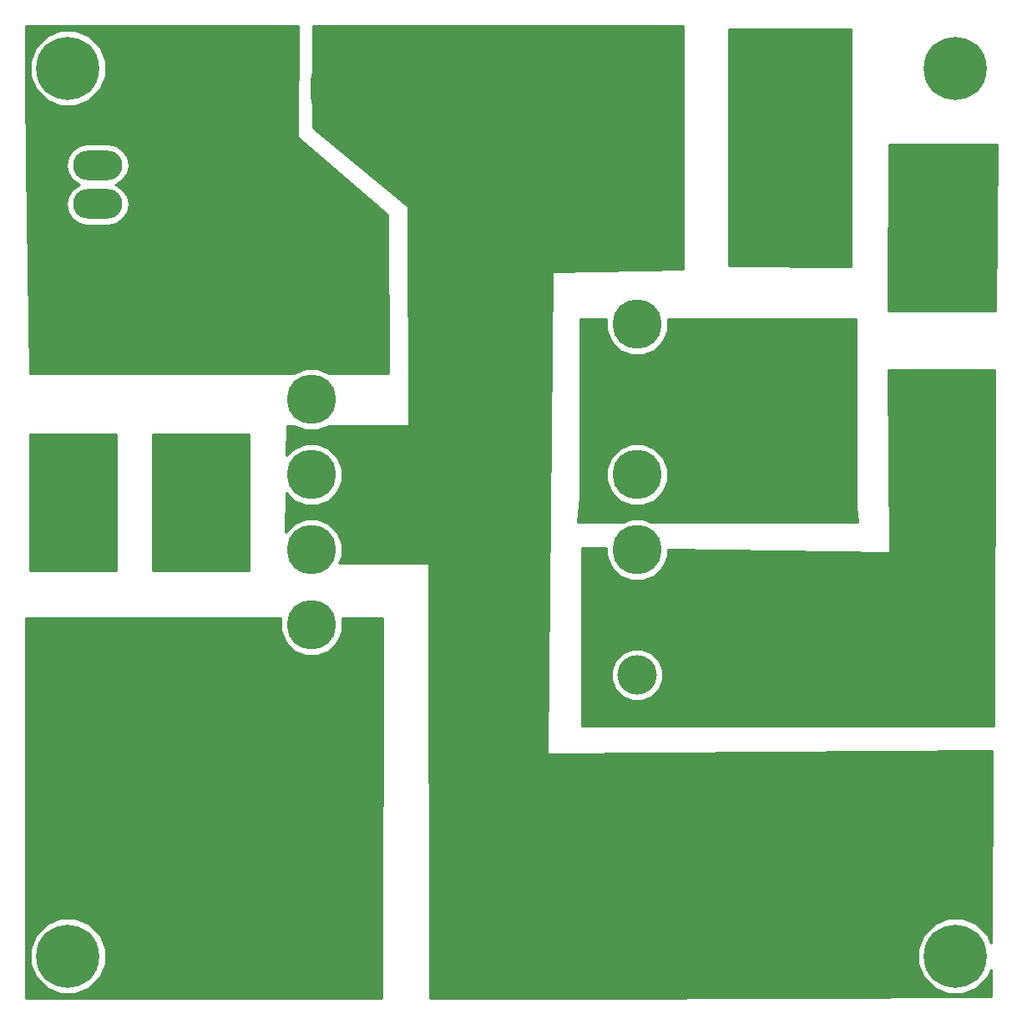
<source format=gbr>
G04 #@! TF.FileFunction,Copper,L1,Top,Signal*
%FSLAX46Y46*%
G04 Gerber Fmt 4.6, Leading zero omitted, Abs format (unit mm)*
G04 Created by KiCad (PCBNEW 4.0.2-stable) date 10/05/17 14:13:38*
%MOMM*%
G01*
G04 APERTURE LIST*
%ADD10C,0.100000*%
%ADD11C,2.000000*%
%ADD12C,2.400000*%
%ADD13C,5.000000*%
%ADD14C,4.000000*%
%ADD15O,5.001260X2.999740*%
%ADD16O,2.999740X5.001260*%
%ADD17C,6.400000*%
%ADD18C,0.800000*%
%ADD19C,0.600000*%
%ADD20C,1.000000*%
%ADD21C,2.000000*%
%ADD22C,0.254000*%
G04 APERTURE END LIST*
D10*
D11*
X71000000Y-69000000D03*
X71000000Y-79000000D03*
X71000000Y-89000000D03*
X71000000Y-99000000D03*
X81500000Y-69000000D03*
X81500000Y-79000000D03*
X81500000Y-89000000D03*
X81500000Y-99000000D03*
D12*
X158100000Y-60600000D03*
X158100000Y-75600000D03*
X144000000Y-55000000D03*
X144000000Y-70000000D03*
D13*
X94190000Y-104050000D03*
D14*
X127210000Y-101502380D03*
D13*
X94190000Y-96430000D03*
X127210000Y-96430000D03*
X94190000Y-88810000D03*
X127210000Y-88810000D03*
X94190000Y-81190000D03*
X127210000Y-81190000D03*
X94190000Y-73570000D03*
X127210000Y-73570000D03*
X94190000Y-65950000D03*
X127210000Y-65950000D03*
D15*
X139700000Y-90518800D03*
X139700000Y-94481200D03*
X139700000Y-80418800D03*
X139700000Y-84381200D03*
D16*
X87418800Y-42000000D03*
X91381200Y-42000000D03*
X95618800Y-42100000D03*
X99581200Y-42100000D03*
D15*
X71500000Y-113481200D03*
X71500000Y-109518800D03*
X158100000Y-50218800D03*
X158100000Y-54181200D03*
X72500000Y-61781200D03*
X72500000Y-57818800D03*
X72500000Y-53781200D03*
X72500000Y-49818800D03*
D16*
X142918800Y-41500000D03*
X146881200Y-41500000D03*
X89781200Y-128000000D03*
X85818800Y-128000000D03*
X132881200Y-128400000D03*
X128918800Y-128400000D03*
D17*
X69500000Y-130000000D03*
D18*
X71900000Y-130000000D03*
X71197056Y-131697056D03*
X69500000Y-132400000D03*
X67802944Y-131697056D03*
X67100000Y-130000000D03*
X67802944Y-128302944D03*
X69500000Y-127600000D03*
X71197056Y-128302944D03*
D17*
X159500000Y-130000000D03*
D18*
X161900000Y-130000000D03*
X161197056Y-131697056D03*
X159500000Y-132400000D03*
X157802944Y-131697056D03*
X157100000Y-130000000D03*
X157802944Y-128302944D03*
X159500000Y-127600000D03*
X161197056Y-128302944D03*
D17*
X159500000Y-40000000D03*
D18*
X161900000Y-40000000D03*
X161197056Y-41697056D03*
X159500000Y-42400000D03*
X157802944Y-41697056D03*
X157100000Y-40000000D03*
X157802944Y-38302944D03*
X159500000Y-37600000D03*
X161197056Y-38302944D03*
D17*
X69500000Y-40000000D03*
D18*
X71900000Y-40000000D03*
X71197056Y-41697056D03*
X69500000Y-42400000D03*
X67802944Y-41697056D03*
X67100000Y-40000000D03*
X67802944Y-38302944D03*
X69500000Y-37600000D03*
X71197056Y-38302944D03*
D19*
X91340000Y-48240000D03*
X91380000Y-45390000D03*
X89350000Y-46020000D03*
X89450000Y-48220000D03*
X87600000Y-47350000D03*
X87500000Y-45520000D03*
X85570000Y-44730000D03*
X85760000Y-46480000D03*
X85800000Y-48270000D03*
X83900000Y-48430000D03*
X84010000Y-46670000D03*
X84120000Y-44650000D03*
X84160000Y-42520000D03*
X84210000Y-40460000D03*
X83760000Y-37770000D03*
X85690000Y-38790000D03*
X85220000Y-36620000D03*
X87500000Y-36370000D03*
X87420000Y-38400000D03*
X89470000Y-38650000D03*
X89710000Y-36370000D03*
X91660000Y-36370000D03*
X91660000Y-38180000D03*
X78790000Y-56940000D03*
X76470000Y-57050000D03*
X75890000Y-58980000D03*
X77760000Y-58650000D03*
X79710000Y-58650000D03*
X79880000Y-60410000D03*
X78090000Y-60740000D03*
X76000000Y-61130000D03*
X77340000Y-63000000D03*
X79430000Y-63000000D03*
X79680000Y-65770000D03*
X77530000Y-65770000D03*
X75210000Y-65990000D03*
X73480000Y-64370000D03*
X72500000Y-65970000D03*
X70970000Y-64350000D03*
X68790000Y-64070000D03*
X69120000Y-66110000D03*
X66830000Y-66130000D03*
X66610000Y-64180000D03*
X66780000Y-62190000D03*
X68870000Y-62250000D03*
X68820000Y-59760000D03*
X66440000Y-59790000D03*
X66750000Y-57700000D03*
X68930000Y-57670000D03*
X90920000Y-63950000D03*
X90830000Y-61830000D03*
X92790000Y-61800000D03*
X94770000Y-61660000D03*
X96500000Y-63000000D03*
X98800000Y-63340000D03*
X98740000Y-61640000D03*
X100840000Y-61860000D03*
X101060000Y-63840000D03*
X99520000Y-65380000D03*
X97760000Y-65660000D03*
X97040000Y-68150000D03*
X98940000Y-67670000D03*
X100920000Y-67560000D03*
X100840000Y-69650000D03*
X98990000Y-69910000D03*
X97040000Y-70070000D03*
X95330000Y-69540000D03*
X93070000Y-69770000D03*
X91170000Y-69930000D03*
X90940000Y-68060000D03*
X90720000Y-65830000D03*
X155910000Y-116730000D03*
X150600000Y-116230000D03*
X146910000Y-116400000D03*
X143440000Y-116620000D03*
X144450000Y-119470000D03*
X149090000Y-119750000D03*
X153500000Y-119020000D03*
X158080000Y-120250000D03*
X158250000Y-117680000D03*
X158530000Y-114390000D03*
X155400000Y-114220000D03*
X152330000Y-114330000D03*
X147690000Y-114160000D03*
X144450000Y-114160000D03*
X140820000Y-114050000D03*
X140260000Y-117850000D03*
X140710000Y-121650000D03*
X144000000Y-121990000D03*
X149140000Y-122100000D03*
X155070000Y-122990000D03*
X158360000Y-122940000D03*
X161440000Y-122380000D03*
X161440000Y-119640000D03*
X161850000Y-115940000D03*
X161730000Y-113540000D03*
X162040000Y-110910000D03*
X159940000Y-110760000D03*
X157090000Y-110760000D03*
X154420000Y-111020000D03*
X151300000Y-110730000D03*
X147720000Y-110700000D03*
X144140000Y-111010000D03*
X140990000Y-110750000D03*
X137910000Y-110390000D03*
X137910000Y-112740000D03*
X135450000Y-115620000D03*
X138140000Y-116570000D03*
X138300000Y-121090000D03*
X138810000Y-124840000D03*
X143220000Y-124720000D03*
X147580000Y-124840000D03*
X152220000Y-124840000D03*
X132690000Y-116230000D03*
X135530000Y-111760000D03*
X132080000Y-110950000D03*
X128630000Y-114600000D03*
X131670000Y-119480000D03*
X135740000Y-120090000D03*
X135740000Y-123950000D03*
X136350000Y-128020000D03*
X142850000Y-127610000D03*
X147320000Y-128630000D03*
X151990000Y-128630000D03*
X150980000Y-132080000D03*
X146510000Y-132080000D03*
X141430000Y-131880000D03*
X136750000Y-131060000D03*
X132370000Y-122950000D03*
X128640000Y-122240000D03*
X126680000Y-120640000D03*
X126770000Y-115130000D03*
X127390000Y-111480000D03*
X123660000Y-111130000D03*
X123390000Y-114860000D03*
X119840000Y-117880000D03*
X118060000Y-115660000D03*
X119930000Y-111570000D03*
X117610000Y-111570000D03*
X115210000Y-112730000D03*
X114410000Y-117970000D03*
X111040000Y-119570000D03*
X111660000Y-115390000D03*
X111660000Y-112900000D03*
X110320000Y-108280000D03*
X112990000Y-107840000D03*
X116550000Y-107120000D03*
X116280000Y-103040000D03*
X114060000Y-103300000D03*
X111130000Y-104010000D03*
X110640000Y-98070000D03*
X113050000Y-98350000D03*
X116340000Y-98850000D03*
X116510000Y-95440000D03*
X113550000Y-95050000D03*
X110310000Y-94660000D03*
X110080000Y-91030000D03*
X112600000Y-91420000D03*
X116340000Y-91700000D03*
X116400000Y-88230000D03*
X112540000Y-87120000D03*
X109410000Y-87170000D03*
X107440000Y-89610000D03*
X108050000Y-94280000D03*
X108250000Y-100580000D03*
X108450000Y-105050000D03*
X108660000Y-110950000D03*
X108660000Y-116640000D03*
X108860000Y-121920000D03*
X112110000Y-122530000D03*
X117800000Y-121310000D03*
X123080000Y-119080000D03*
X124910000Y-124560000D03*
X120040000Y-126190000D03*
X114350000Y-126190000D03*
X108860000Y-125580000D03*
X111300000Y-130450000D03*
X116990000Y-130250000D03*
X123900000Y-130860000D03*
X103920000Y-38050000D03*
X109440000Y-37690000D03*
X114950000Y-37520000D03*
X119210000Y-37690000D03*
X124370000Y-37520000D03*
X128640000Y-37870000D03*
X128730000Y-41250000D03*
X125170000Y-41430000D03*
X119750000Y-40810000D03*
X115300000Y-40810000D03*
X109440000Y-41250000D03*
X106150000Y-41340000D03*
X104810000Y-41690000D03*
X103390000Y-44180000D03*
X106150000Y-45250000D03*
X112100000Y-44720000D03*
X117440000Y-44270000D03*
X120460000Y-44630000D03*
X124370000Y-45070000D03*
X125620000Y-45070000D03*
X130060000Y-44890000D03*
X128820000Y-50050000D03*
X121700000Y-50140000D03*
X118150000Y-50140000D03*
X113970000Y-50230000D03*
X112100000Y-50230000D03*
X108280000Y-50050000D03*
X103750000Y-49430000D03*
X109350000Y-47030000D03*
X113610000Y-47120000D03*
X118500000Y-47650000D03*
X123040000Y-47830000D03*
X126150000Y-47830000D03*
X126150000Y-52900000D03*
X129620000Y-52810000D03*
X129880000Y-56540000D03*
X129790000Y-59120000D03*
X125530000Y-58760000D03*
X125790000Y-55740000D03*
X121970000Y-53430000D03*
X118060000Y-52980000D03*
X118860000Y-55920000D03*
X121620000Y-56100000D03*
X121790000Y-58410000D03*
X116280000Y-58760000D03*
X114950000Y-54580000D03*
X110410000Y-53430000D03*
X106500000Y-53870000D03*
X107920000Y-57870000D03*
X110680000Y-58230000D03*
X112370000Y-55830000D03*
X112710000Y-60800000D03*
X109520000Y-60910000D03*
X105840000Y-60850000D03*
X105450000Y-64040000D03*
X108690000Y-64210000D03*
X112260000Y-64370000D03*
X116340000Y-63030000D03*
X115950000Y-65990000D03*
X115750000Y-70140000D03*
X112460000Y-69340000D03*
X106410000Y-67560000D03*
X107480000Y-68280000D03*
X106500000Y-73430000D03*
X106590000Y-76540000D03*
X103840000Y-79480000D03*
X98860000Y-79570000D03*
X98320000Y-82410000D03*
X97970000Y-86320000D03*
X101080000Y-88720000D03*
X101260000Y-83920000D03*
X105260000Y-82410000D03*
X107210000Y-79480000D03*
X109700000Y-75570000D03*
X109350000Y-71740000D03*
X112810000Y-73160000D03*
X116370000Y-74230000D03*
X116370000Y-77790000D03*
X113350000Y-77170000D03*
X112990000Y-80100000D03*
X116190000Y-81250000D03*
X116190000Y-85080000D03*
X111300000Y-84010000D03*
X110060000Y-80190000D03*
X107840000Y-84810000D03*
X105260000Y-87570000D03*
X66470000Y-115590000D03*
X68760000Y-115840000D03*
X67670000Y-113600000D03*
X65770000Y-113460000D03*
X65970000Y-111510000D03*
X67920000Y-111260000D03*
X67840000Y-109020000D03*
X66050000Y-109470000D03*
X66190000Y-107400000D03*
X68170000Y-107180000D03*
X70800000Y-106840000D03*
X73540000Y-106950000D03*
X76360000Y-106810000D03*
X77480000Y-108350000D03*
X74990000Y-108550000D03*
X75570000Y-110180000D03*
X78030000Y-110480000D03*
X76670000Y-112000000D03*
X74820000Y-112170000D03*
X75940000Y-113840000D03*
X77950000Y-114490000D03*
X76720000Y-115830000D03*
X75020000Y-115800000D03*
X73230000Y-115920000D03*
X71450000Y-116010000D03*
X92520000Y-131170000D03*
X92700000Y-133480000D03*
X90710000Y-133580000D03*
X90480000Y-131470000D03*
X88550000Y-131250000D03*
X88700000Y-133280000D03*
X86660000Y-133200000D03*
X86620000Y-131350000D03*
X84820000Y-131370000D03*
X84590000Y-133340000D03*
X82890000Y-132970000D03*
X82860000Y-130700000D03*
X83010000Y-128200000D03*
X82810000Y-125900000D03*
X82840000Y-123410000D03*
X82810000Y-121430000D03*
X84550000Y-122130000D03*
X84490000Y-124280000D03*
X86640000Y-123910000D03*
X86530000Y-121200000D03*
X88490000Y-122460000D03*
X88320000Y-124580000D03*
X90250000Y-123860000D03*
X90440000Y-121620000D03*
X92450000Y-121930000D03*
X92560000Y-124050000D03*
X92540000Y-125920000D03*
X92620000Y-127930000D03*
X100320000Y-100200000D03*
X98260000Y-100200000D03*
X96160000Y-100770000D03*
X97610000Y-101880000D03*
X100200000Y-101880000D03*
X100390000Y-103900000D03*
X97800000Y-103750000D03*
X98030000Y-105610000D03*
X100240000Y-105650000D03*
X100280000Y-107860000D03*
X97920000Y-107940000D03*
X95940000Y-107980000D03*
X93350000Y-107630000D03*
X91250000Y-107780000D03*
X89920000Y-106870000D03*
X90410000Y-104660000D03*
X89650000Y-102680000D03*
X90080000Y-100540000D03*
X91990000Y-100460000D03*
X93980000Y-100240000D03*
X162000000Y-49570000D03*
X162140000Y-51580000D03*
X161860000Y-53980000D03*
X161630000Y-56630000D03*
X162050000Y-59200000D03*
X162160000Y-61500000D03*
X160400000Y-61500000D03*
X160260000Y-59570000D03*
X159870000Y-57080000D03*
X157810000Y-56970000D03*
X155910000Y-57000000D03*
X155820000Y-59090000D03*
X155650000Y-61300000D03*
X153870000Y-61020000D03*
X154030000Y-59010000D03*
X154060000Y-57300000D03*
X154120000Y-55280000D03*
X154180000Y-53570000D03*
X154240000Y-51800000D03*
X154430000Y-50150000D03*
X141580000Y-97540000D03*
X139900000Y-97540000D03*
X137770000Y-97960000D03*
X136020000Y-96580000D03*
X134800000Y-94560000D03*
X133080000Y-95670000D03*
X133240000Y-97650000D03*
X130800000Y-97840000D03*
X131030000Y-95550000D03*
X131600000Y-93420000D03*
X133810000Y-92540000D03*
X136090000Y-91590000D03*
X134720000Y-89880000D03*
X132210000Y-90180000D03*
X130610000Y-91330000D03*
X129350000Y-93000000D03*
X126490000Y-92770000D03*
X124400000Y-92160000D03*
X123060000Y-90260000D03*
X122910000Y-93000000D03*
X123220000Y-95210000D03*
X123290000Y-97570000D03*
X147540000Y-45130000D03*
X145130000Y-44640000D03*
X145270000Y-46760000D03*
X147520000Y-46940000D03*
X147320000Y-48830000D03*
X145350000Y-48810000D03*
X143480000Y-48730000D03*
X143380000Y-46940000D03*
X143440000Y-44890000D03*
X141670000Y-44660000D03*
X141770000Y-46470000D03*
X141550000Y-48610000D03*
X139720000Y-48480000D03*
X137550000Y-48420000D03*
X137710000Y-46470000D03*
X139860000Y-46170000D03*
X140020000Y-44080000D03*
X137460000Y-44460000D03*
X137810000Y-41910000D03*
X139870000Y-41760000D03*
X140170000Y-39200000D03*
X137660000Y-39700000D03*
X138230000Y-37340000D03*
X141120000Y-37380000D03*
X143710000Y-37570000D03*
X146530000Y-37530000D03*
X137660000Y-77950000D03*
X139830000Y-77950000D03*
X141920000Y-77950000D03*
X141010000Y-76280000D03*
X138650000Y-76280000D03*
X136470000Y-76280000D03*
X134650000Y-77040000D03*
X134800000Y-79550000D03*
X132510000Y-79900000D03*
X131940000Y-77460000D03*
X130490000Y-75480000D03*
X130760000Y-73340000D03*
X130300000Y-71090000D03*
X123670000Y-71490000D03*
X122440000Y-72980000D03*
X123440000Y-74680000D03*
X122430000Y-76080000D03*
X124400000Y-76310000D03*
X123060000Y-78370000D03*
X122910000Y-80580000D03*
X122800000Y-82520000D03*
X122950000Y-84730000D03*
X125040000Y-84730000D03*
X127100000Y-85040000D03*
X129160000Y-85150000D03*
X131670000Y-84810000D03*
X134110000Y-85000000D03*
X135830000Y-83860000D03*
X135750000Y-81340000D03*
X133620000Y-82220000D03*
X131330000Y-81880000D03*
X130910000Y-79210000D03*
X129160000Y-77300000D03*
X126720000Y-77000000D03*
D20*
X91160000Y-48060000D02*
X89430000Y-48060000D01*
X91340000Y-48240000D02*
X91160000Y-48060000D01*
X89980000Y-45390000D02*
X91380000Y-45390000D01*
X89350000Y-46020000D02*
X89980000Y-45390000D01*
X88470000Y-48220000D02*
X89450000Y-48220000D01*
X87600000Y-47350000D02*
X88470000Y-48220000D01*
X86360000Y-45520000D02*
X87500000Y-45520000D01*
X85570000Y-44730000D02*
X86360000Y-45520000D01*
X85760000Y-48230000D02*
X85760000Y-46480000D01*
X85800000Y-48270000D02*
X85760000Y-48230000D01*
X83900000Y-46780000D02*
X83900000Y-48430000D01*
X84010000Y-46670000D02*
X83900000Y-46780000D01*
X84120000Y-42560000D02*
X84120000Y-44650000D01*
X84160000Y-42520000D02*
X84120000Y-42560000D01*
X84210000Y-38220000D02*
X84210000Y-40460000D01*
X83760000Y-37770000D02*
X84210000Y-38220000D01*
X85690000Y-37090000D02*
X85690000Y-38790000D01*
X85220000Y-36620000D02*
X85690000Y-37090000D01*
X87500000Y-38320000D02*
X87500000Y-36370000D01*
X87420000Y-38400000D02*
X87500000Y-38320000D01*
X89470000Y-36610000D02*
X89470000Y-38650000D01*
X89710000Y-36370000D02*
X89470000Y-36610000D01*
X91660000Y-38180000D02*
X91660000Y-36370000D01*
X76580000Y-56940000D02*
X78790000Y-56940000D01*
X76470000Y-57050000D02*
X76580000Y-56940000D01*
X77430000Y-58980000D02*
X75890000Y-58980000D01*
X77760000Y-58650000D02*
X77430000Y-58980000D01*
X79710000Y-60240000D02*
X79710000Y-58650000D01*
X79880000Y-60410000D02*
X79710000Y-60240000D01*
X76390000Y-60740000D02*
X78090000Y-60740000D01*
X76000000Y-61130000D02*
X76390000Y-60740000D01*
X79430000Y-63000000D02*
X77340000Y-63000000D01*
X77530000Y-65770000D02*
X79680000Y-65770000D01*
X75100000Y-65990000D02*
X75210000Y-65990000D01*
X73480000Y-64370000D02*
X75100000Y-65990000D01*
X72500000Y-65880000D02*
X72500000Y-65970000D01*
X70970000Y-64350000D02*
X72500000Y-65880000D01*
X68790000Y-65780000D02*
X68790000Y-64070000D01*
X69120000Y-66110000D02*
X68790000Y-65780000D01*
X66830000Y-64400000D02*
X66830000Y-66130000D01*
X66610000Y-64180000D02*
X66830000Y-64400000D01*
X68810000Y-62190000D02*
X66780000Y-62190000D01*
X68870000Y-62250000D02*
X68810000Y-62190000D01*
X66470000Y-59760000D02*
X68820000Y-59760000D01*
X66440000Y-59790000D02*
X66470000Y-59760000D01*
X68900000Y-57700000D02*
X66750000Y-57700000D01*
X68930000Y-57670000D02*
X68900000Y-57700000D01*
X94190000Y-65950000D02*
X90840000Y-65950000D01*
X90640000Y-64230000D02*
X90640000Y-65490000D01*
X90920000Y-63950000D02*
X90640000Y-64230000D01*
X92760000Y-61830000D02*
X90830000Y-61830000D01*
X92790000Y-61800000D02*
X92760000Y-61830000D01*
X95160000Y-61660000D02*
X94770000Y-61660000D01*
X96500000Y-63000000D02*
X95160000Y-61660000D01*
X98800000Y-61700000D02*
X98800000Y-63340000D01*
X98740000Y-61640000D02*
X98800000Y-61700000D01*
X100840000Y-63620000D02*
X100840000Y-61860000D01*
X101060000Y-63840000D02*
X100840000Y-63620000D01*
X98040000Y-65380000D02*
X99520000Y-65380000D01*
X97760000Y-65660000D02*
X98040000Y-65380000D01*
X98460000Y-68150000D02*
X97040000Y-68150000D01*
X98940000Y-67670000D02*
X98460000Y-68150000D01*
X100920000Y-69570000D02*
X100920000Y-67560000D01*
X100840000Y-69650000D02*
X100920000Y-69570000D01*
X97200000Y-69910000D02*
X98990000Y-69910000D01*
X97040000Y-70070000D02*
X97200000Y-69910000D01*
X93300000Y-69540000D02*
X95330000Y-69540000D01*
X93070000Y-69770000D02*
X93300000Y-69540000D01*
X91170000Y-68290000D02*
X91170000Y-69930000D01*
X90940000Y-68060000D02*
X91170000Y-68290000D01*
X90840000Y-65950000D02*
X90720000Y-65830000D01*
X151990000Y-128630000D02*
X151990000Y-125070000D01*
X155460000Y-116280000D02*
X155460000Y-114330000D01*
X155910000Y-116730000D02*
X155460000Y-116280000D01*
X147080000Y-116230000D02*
X150600000Y-116230000D01*
X146910000Y-116400000D02*
X147080000Y-116230000D01*
X143440000Y-118460000D02*
X143440000Y-116620000D01*
X144450000Y-119470000D02*
X143440000Y-118460000D01*
X152770000Y-119750000D02*
X149090000Y-119750000D01*
X153500000Y-119020000D02*
X152770000Y-119750000D01*
X158080000Y-117850000D02*
X158080000Y-120250000D01*
X158250000Y-117680000D02*
X158080000Y-117850000D01*
X155570000Y-114390000D02*
X158530000Y-114390000D01*
X155400000Y-114220000D02*
X155570000Y-114390000D01*
X147860000Y-114330000D02*
X152330000Y-114330000D01*
X147690000Y-114160000D02*
X147860000Y-114330000D01*
X140930000Y-114160000D02*
X144450000Y-114160000D01*
X140820000Y-114050000D02*
X140930000Y-114160000D01*
X140260000Y-121200000D02*
X140260000Y-117850000D01*
X140710000Y-121650000D02*
X140260000Y-121200000D01*
X149030000Y-121990000D02*
X144000000Y-121990000D01*
X149140000Y-122100000D02*
X149030000Y-121990000D01*
X158310000Y-122990000D02*
X155070000Y-122990000D01*
X158360000Y-122940000D02*
X158310000Y-122990000D01*
X161440000Y-119640000D02*
X161440000Y-122380000D01*
X161850000Y-113660000D02*
X161850000Y-115940000D01*
X161730000Y-113540000D02*
X161850000Y-113660000D01*
X160090000Y-110910000D02*
X162040000Y-110910000D01*
X159940000Y-110760000D02*
X160090000Y-110910000D01*
X154680000Y-110760000D02*
X157090000Y-110760000D01*
X154420000Y-111020000D02*
X154680000Y-110760000D01*
X147750000Y-110730000D02*
X151300000Y-110730000D01*
X147720000Y-110700000D02*
X147750000Y-110730000D01*
X141250000Y-111010000D02*
X144140000Y-111010000D01*
X140990000Y-110750000D02*
X141250000Y-111010000D01*
X137910000Y-112740000D02*
X137910000Y-110390000D01*
X137190000Y-115620000D02*
X135450000Y-115620000D01*
X138140000Y-116570000D02*
X137190000Y-115620000D01*
X138300000Y-124330000D02*
X138300000Y-121090000D01*
X138810000Y-124840000D02*
X138300000Y-124330000D01*
X147460000Y-124720000D02*
X143220000Y-124720000D01*
X147580000Y-124840000D02*
X147460000Y-124720000D01*
X151990000Y-125070000D02*
X152220000Y-124840000D01*
X135790000Y-119330000D02*
X135790000Y-119970000D01*
X132690000Y-116230000D02*
X135790000Y-119330000D01*
X132890000Y-111760000D02*
X135530000Y-111760000D01*
X132080000Y-110950000D02*
X132890000Y-111760000D01*
X128630000Y-116440000D02*
X128630000Y-114600000D01*
X131670000Y-119480000D02*
X128630000Y-116440000D01*
X135740000Y-123950000D02*
X135740000Y-120090000D01*
X142440000Y-128020000D02*
X136350000Y-128020000D01*
X142850000Y-127610000D02*
X142440000Y-128020000D01*
X151990000Y-128630000D02*
X147320000Y-128630000D01*
X146510000Y-132080000D02*
X150980000Y-132080000D01*
X137570000Y-131880000D02*
X141430000Y-131880000D01*
X136750000Y-131060000D02*
X137570000Y-131880000D01*
X132881200Y-123461200D02*
X132881200Y-128400000D01*
X132370000Y-122950000D02*
X132881200Y-123461200D01*
X128280000Y-122240000D02*
X128640000Y-122240000D01*
X126680000Y-120640000D02*
X128280000Y-122240000D01*
X126770000Y-112100000D02*
X126770000Y-115130000D01*
X127390000Y-111480000D02*
X126770000Y-112100000D01*
X123660000Y-114590000D02*
X123660000Y-111130000D01*
X123390000Y-114860000D02*
X123660000Y-114590000D01*
X119840000Y-117440000D02*
X119840000Y-117880000D01*
X118060000Y-115660000D02*
X119840000Y-117440000D01*
X117610000Y-111570000D02*
X119930000Y-111570000D01*
X115210000Y-117170000D02*
X115210000Y-112730000D01*
X114410000Y-117970000D02*
X115210000Y-117170000D01*
X111040000Y-116010000D02*
X111040000Y-119570000D01*
X111660000Y-115390000D02*
X111040000Y-116010000D01*
X111660000Y-109620000D02*
X111660000Y-112900000D01*
X110320000Y-108280000D02*
X111660000Y-109620000D01*
X115830000Y-107840000D02*
X112990000Y-107840000D01*
X116550000Y-107120000D02*
X115830000Y-107840000D01*
X114320000Y-103040000D02*
X116280000Y-103040000D01*
X114060000Y-103300000D02*
X114320000Y-103040000D01*
X111130000Y-98560000D02*
X111130000Y-104010000D01*
X110640000Y-98070000D02*
X111130000Y-98560000D01*
X115840000Y-98350000D02*
X113050000Y-98350000D01*
X116340000Y-98850000D02*
X115840000Y-98350000D01*
X113940000Y-95440000D02*
X116510000Y-95440000D01*
X113550000Y-95050000D02*
X113940000Y-95440000D01*
X110310000Y-91260000D02*
X110310000Y-94660000D01*
X110080000Y-91030000D02*
X110310000Y-91260000D01*
X116060000Y-91420000D02*
X112600000Y-91420000D01*
X116340000Y-91700000D02*
X116060000Y-91420000D01*
X113650000Y-88230000D02*
X116400000Y-88230000D01*
X112540000Y-87120000D02*
X113650000Y-88230000D01*
X109410000Y-87640000D02*
X109410000Y-87170000D01*
X107440000Y-89610000D02*
X109410000Y-87640000D01*
X108050000Y-100380000D02*
X108050000Y-94280000D01*
X108250000Y-100580000D02*
X108050000Y-100380000D01*
X108450000Y-110740000D02*
X108450000Y-105050000D01*
X108660000Y-110950000D02*
X108450000Y-110740000D01*
X108660000Y-121720000D02*
X108660000Y-116640000D01*
X108860000Y-121920000D02*
X108660000Y-121720000D01*
X116580000Y-122530000D02*
X112110000Y-122530000D01*
X117800000Y-121310000D02*
X116580000Y-122530000D01*
X123080000Y-122730000D02*
X123080000Y-119080000D01*
X124910000Y-124560000D02*
X123080000Y-122730000D01*
X114350000Y-126190000D02*
X120040000Y-126190000D01*
X108860000Y-128010000D02*
X108860000Y-125580000D01*
X111300000Y-130450000D02*
X108860000Y-128010000D01*
X123290000Y-130250000D02*
X116990000Y-130250000D01*
X123900000Y-130860000D02*
X123290000Y-130250000D01*
X103920000Y-38050000D02*
X104280000Y-37690000D01*
X104280000Y-37690000D02*
X109440000Y-37690000D01*
X114950000Y-37520000D02*
X115120000Y-37690000D01*
X115120000Y-37690000D02*
X119210000Y-37690000D01*
X124370000Y-37520000D02*
X124720000Y-37870000D01*
X124720000Y-37870000D02*
X128640000Y-37870000D01*
X128730000Y-41250000D02*
X128550000Y-41430000D01*
X128550000Y-41430000D02*
X125170000Y-41430000D01*
X119750000Y-40810000D02*
X115300000Y-40810000D01*
X109440000Y-41250000D02*
X109350000Y-41340000D01*
X109350000Y-41340000D02*
X106150000Y-41340000D01*
X104810000Y-41690000D02*
X103390000Y-43110000D01*
X103390000Y-43110000D02*
X103390000Y-44180000D01*
X106150000Y-45250000D02*
X106680000Y-44720000D01*
X106680000Y-44720000D02*
X112100000Y-44720000D01*
X117440000Y-44270000D02*
X117800000Y-44630000D01*
X117800000Y-44630000D02*
X120460000Y-44630000D01*
X124370000Y-45070000D02*
X125620000Y-45070000D01*
X130060000Y-44890000D02*
X128820000Y-46130000D01*
X128820000Y-46130000D02*
X128820000Y-50050000D01*
X121700000Y-50140000D02*
X118150000Y-50140000D01*
X113970000Y-50230000D02*
X112100000Y-50230000D01*
X108280000Y-50050000D02*
X107660000Y-49430000D01*
X107660000Y-49430000D02*
X103750000Y-49430000D01*
X109350000Y-47030000D02*
X109440000Y-47120000D01*
X109440000Y-47120000D02*
X113610000Y-47120000D01*
X118500000Y-47650000D02*
X118680000Y-47830000D01*
X118680000Y-47830000D02*
X123040000Y-47830000D01*
X126150000Y-47830000D02*
X126150000Y-52900000D01*
X129620000Y-52810000D02*
X129880000Y-53070000D01*
X129880000Y-53070000D02*
X129880000Y-56540000D01*
X129790000Y-59120000D02*
X129430000Y-58760000D01*
X129430000Y-58760000D02*
X125530000Y-58760000D01*
X125790000Y-55740000D02*
X123480000Y-53430000D01*
X123480000Y-53430000D02*
X121970000Y-53430000D01*
X118060000Y-52980000D02*
X118860000Y-53780000D01*
X118860000Y-53780000D02*
X118860000Y-55920000D01*
X121620000Y-56100000D02*
X121790000Y-56270000D01*
X121790000Y-56270000D02*
X121790000Y-58410000D01*
X116280000Y-58760000D02*
X114950000Y-57430000D01*
X114950000Y-57430000D02*
X114950000Y-54580000D01*
X110410000Y-53430000D02*
X109970000Y-53870000D01*
X109970000Y-53870000D02*
X106500000Y-53870000D01*
X107920000Y-57870000D02*
X108280000Y-58230000D01*
X108280000Y-58230000D02*
X110680000Y-58230000D01*
X112370000Y-55830000D02*
X112710000Y-56170000D01*
X112710000Y-56170000D02*
X112710000Y-60800000D01*
X109520000Y-60910000D02*
X109460000Y-60850000D01*
X109460000Y-60850000D02*
X105840000Y-60850000D01*
X105450000Y-64040000D02*
X105620000Y-64210000D01*
X105620000Y-64210000D02*
X108690000Y-64210000D01*
X112260000Y-64370000D02*
X113600000Y-63030000D01*
X113600000Y-63030000D02*
X116340000Y-63030000D01*
X115950000Y-65990000D02*
X115750000Y-66190000D01*
X115750000Y-66190000D02*
X115750000Y-70140000D01*
X112460000Y-69340000D02*
X110680000Y-67560000D01*
X110680000Y-67560000D02*
X106410000Y-67560000D01*
X107480000Y-68280000D02*
X106500000Y-69260000D01*
X106500000Y-69260000D02*
X106500000Y-73430000D01*
X106590000Y-76540000D02*
X103840000Y-79290000D01*
X103840000Y-79290000D02*
X103840000Y-79480000D01*
X98860000Y-79570000D02*
X98320000Y-80110000D01*
X98320000Y-80110000D02*
X98320000Y-82410000D01*
X97970000Y-86320000D02*
X100370000Y-88720000D01*
X100370000Y-88720000D02*
X101080000Y-88720000D01*
X101260000Y-83920000D02*
X102770000Y-82410000D01*
X102770000Y-82410000D02*
X105260000Y-82410000D01*
X107210000Y-79480000D02*
X109700000Y-76990000D01*
X109700000Y-76990000D02*
X109700000Y-75570000D01*
X109350000Y-71740000D02*
X110770000Y-73160000D01*
X110770000Y-73160000D02*
X112810000Y-73160000D01*
X116370000Y-74230000D02*
X116370000Y-77790000D01*
X113350000Y-77170000D02*
X112990000Y-77530000D01*
X112990000Y-77530000D02*
X112990000Y-80100000D01*
X116190000Y-81250000D02*
X116190000Y-85080000D01*
X111300000Y-84010000D02*
X110060000Y-82770000D01*
X110060000Y-82770000D02*
X110060000Y-80190000D01*
X107840000Y-84810000D02*
X105260000Y-87390000D01*
X105260000Y-87390000D02*
X105260000Y-87570000D01*
D21*
X95618800Y-44418800D02*
X95618800Y-42100000D01*
D20*
X71500000Y-113481200D02*
X71500000Y-115960000D01*
X68510000Y-115590000D02*
X66470000Y-115590000D01*
X68760000Y-115840000D02*
X68510000Y-115590000D01*
X65910000Y-113600000D02*
X67670000Y-113600000D01*
X65770000Y-113460000D02*
X65910000Y-113600000D01*
X67670000Y-111510000D02*
X65970000Y-111510000D01*
X67920000Y-111260000D02*
X67670000Y-111510000D01*
X66500000Y-109020000D02*
X67840000Y-109020000D01*
X66050000Y-109470000D02*
X66500000Y-109020000D01*
X67950000Y-107400000D02*
X66190000Y-107400000D01*
X68170000Y-107180000D02*
X67950000Y-107400000D01*
X73430000Y-106840000D02*
X70800000Y-106840000D01*
X73540000Y-106950000D02*
X73430000Y-106840000D01*
X76360000Y-107230000D02*
X76360000Y-106810000D01*
X77480000Y-108350000D02*
X76360000Y-107230000D01*
X74990000Y-109600000D02*
X74990000Y-108550000D01*
X75570000Y-110180000D02*
X74990000Y-109600000D01*
X78030000Y-110640000D02*
X78030000Y-110480000D01*
X76670000Y-112000000D02*
X78030000Y-110640000D01*
X74820000Y-112720000D02*
X74820000Y-112170000D01*
X75940000Y-113840000D02*
X74820000Y-112720000D01*
X77950000Y-114600000D02*
X77950000Y-114490000D01*
X76720000Y-115830000D02*
X77950000Y-114600000D01*
X73350000Y-115800000D02*
X75020000Y-115800000D01*
X73230000Y-115920000D02*
X73350000Y-115800000D01*
X71500000Y-115960000D02*
X71450000Y-116010000D01*
X89781200Y-128000000D02*
X92550000Y-128000000D01*
X92330000Y-130980000D02*
X92330000Y-127810000D01*
X92520000Y-131170000D02*
X92330000Y-130980000D01*
X90810000Y-133480000D02*
X92700000Y-133480000D01*
X90710000Y-133580000D02*
X90810000Y-133480000D01*
X88770000Y-131470000D02*
X90480000Y-131470000D01*
X88550000Y-131250000D02*
X88770000Y-131470000D01*
X86740000Y-133280000D02*
X88700000Y-133280000D01*
X86660000Y-133200000D02*
X86740000Y-133280000D01*
X84840000Y-131350000D02*
X86620000Y-131350000D01*
X84820000Y-131370000D02*
X84840000Y-131350000D01*
X83260000Y-133340000D02*
X84590000Y-133340000D01*
X82890000Y-132970000D02*
X83260000Y-133340000D01*
X82860000Y-128350000D02*
X82860000Y-130700000D01*
X83010000Y-128200000D02*
X82860000Y-128350000D01*
X82810000Y-123440000D02*
X82810000Y-125900000D01*
X82840000Y-123410000D02*
X82810000Y-123440000D01*
X83850000Y-121430000D02*
X82810000Y-121430000D01*
X84550000Y-122130000D02*
X83850000Y-121430000D01*
X86270000Y-124280000D02*
X84490000Y-124280000D01*
X86640000Y-123910000D02*
X86270000Y-124280000D01*
X87230000Y-121200000D02*
X86530000Y-121200000D01*
X88490000Y-122460000D02*
X87230000Y-121200000D01*
X89530000Y-124580000D02*
X88320000Y-124580000D01*
X90250000Y-123860000D02*
X89530000Y-124580000D01*
X92140000Y-121620000D02*
X90440000Y-121620000D01*
X92450000Y-121930000D02*
X92140000Y-121620000D01*
X92560000Y-125900000D02*
X92560000Y-124050000D01*
X92540000Y-125920000D02*
X92560000Y-125900000D01*
X92550000Y-128000000D02*
X92620000Y-127930000D01*
X94190000Y-104050000D02*
X94190000Y-100450000D01*
X100360000Y-100240000D02*
X100360000Y-101730000D01*
X100320000Y-100200000D02*
X100360000Y-100240000D01*
X96730000Y-100200000D02*
X98260000Y-100200000D01*
X96160000Y-100770000D02*
X96730000Y-100200000D01*
X100200000Y-101880000D02*
X97610000Y-101880000D01*
X97950000Y-103900000D02*
X100390000Y-103900000D01*
X97800000Y-103750000D02*
X97950000Y-103900000D01*
X100200000Y-105610000D02*
X98030000Y-105610000D01*
X100240000Y-105650000D02*
X100200000Y-105610000D01*
X98000000Y-107860000D02*
X100280000Y-107860000D01*
X97920000Y-107940000D02*
X98000000Y-107860000D01*
X93700000Y-107980000D02*
X95940000Y-107980000D01*
X93350000Y-107630000D02*
X93700000Y-107980000D01*
X90830000Y-107780000D02*
X91250000Y-107780000D01*
X89920000Y-106870000D02*
X90830000Y-107780000D01*
X90410000Y-103440000D02*
X90410000Y-104660000D01*
X89650000Y-102680000D02*
X90410000Y-103440000D01*
X91910000Y-100540000D02*
X90080000Y-100540000D01*
X91990000Y-100460000D02*
X91910000Y-100540000D01*
X94190000Y-100450000D02*
X93980000Y-100240000D01*
X85818800Y-128998800D02*
X85818800Y-128000000D01*
X162000000Y-51440000D02*
X162000000Y-49570000D01*
X162140000Y-51580000D02*
X162000000Y-51440000D01*
X161860000Y-56400000D02*
X161860000Y-53980000D01*
X161630000Y-56630000D02*
X161860000Y-56400000D01*
X162050000Y-61390000D02*
X162050000Y-59200000D01*
X162160000Y-61500000D02*
X162050000Y-61390000D01*
X160400000Y-59710000D02*
X160400000Y-61500000D01*
X160260000Y-59570000D02*
X160400000Y-59710000D01*
X157920000Y-57080000D02*
X159870000Y-57080000D01*
X157810000Y-56970000D02*
X157920000Y-57080000D01*
X155910000Y-59000000D02*
X155910000Y-57000000D01*
X155820000Y-59090000D02*
X155910000Y-59000000D01*
X154150000Y-61300000D02*
X155650000Y-61300000D01*
X153870000Y-61020000D02*
X154150000Y-61300000D01*
X154030000Y-57330000D02*
X154030000Y-59010000D01*
X154060000Y-57300000D02*
X154030000Y-57330000D01*
X154120000Y-53630000D02*
X154120000Y-55280000D01*
X154180000Y-53570000D02*
X154120000Y-53630000D01*
X154240000Y-50340000D02*
X154240000Y-51800000D01*
X154430000Y-50150000D02*
X154240000Y-50340000D01*
X127210000Y-96430000D02*
X124430000Y-96430000D01*
X141580000Y-97540000D02*
X139700000Y-95660000D01*
X138190000Y-97540000D02*
X139900000Y-97540000D01*
X137770000Y-97960000D02*
X138190000Y-97540000D01*
X136020000Y-95780000D02*
X136020000Y-96580000D01*
X134800000Y-94560000D02*
X136020000Y-95780000D01*
X133080000Y-97490000D02*
X133080000Y-95670000D01*
X133240000Y-97650000D02*
X133080000Y-97490000D01*
X130800000Y-95780000D02*
X130800000Y-97840000D01*
X131030000Y-95550000D02*
X130800000Y-95780000D01*
X132930000Y-93420000D02*
X131600000Y-93420000D01*
X133810000Y-92540000D02*
X132930000Y-93420000D01*
X136090000Y-91250000D02*
X136090000Y-91590000D01*
X134720000Y-89880000D02*
X136090000Y-91250000D01*
X131760000Y-90180000D02*
X132210000Y-90180000D01*
X130610000Y-91330000D02*
X131760000Y-90180000D01*
X126720000Y-93000000D02*
X129350000Y-93000000D01*
X126490000Y-92770000D02*
X126720000Y-93000000D01*
X124400000Y-91600000D02*
X124400000Y-92160000D01*
X123060000Y-90260000D02*
X124400000Y-91600000D01*
X122910000Y-94900000D02*
X122910000Y-93000000D01*
X123220000Y-95210000D02*
X122910000Y-94900000D01*
X124430000Y-96430000D02*
X123290000Y-97570000D01*
X139700000Y-95660000D02*
X139700000Y-94481200D01*
X145620000Y-45130000D02*
X147540000Y-45130000D01*
X145130000Y-44640000D02*
X145620000Y-45130000D01*
X147340000Y-46760000D02*
X145270000Y-46760000D01*
X147520000Y-46940000D02*
X147340000Y-46760000D01*
X145370000Y-48830000D02*
X147320000Y-48830000D01*
X145350000Y-48810000D02*
X145370000Y-48830000D01*
X143480000Y-47040000D02*
X143480000Y-48730000D01*
X143380000Y-46940000D02*
X143480000Y-47040000D01*
X141900000Y-44890000D02*
X143440000Y-44890000D01*
X141670000Y-44660000D02*
X141900000Y-44890000D01*
X141770000Y-48390000D02*
X141770000Y-46470000D01*
X141550000Y-48610000D02*
X141770000Y-48390000D01*
X137610000Y-48480000D02*
X139720000Y-48480000D01*
X137550000Y-48420000D02*
X137610000Y-48480000D01*
X139560000Y-46470000D02*
X137710000Y-46470000D01*
X139860000Y-46170000D02*
X139560000Y-46470000D01*
X137840000Y-44080000D02*
X140020000Y-44080000D01*
X137460000Y-44460000D02*
X137840000Y-44080000D01*
X139720000Y-41910000D02*
X137810000Y-41910000D01*
X139870000Y-41760000D02*
X139720000Y-41910000D01*
X138160000Y-39200000D02*
X140170000Y-39200000D01*
X137660000Y-39700000D02*
X138160000Y-39200000D01*
X141080000Y-37340000D02*
X138230000Y-37340000D01*
X141120000Y-37380000D02*
X141080000Y-37340000D01*
X146490000Y-37570000D02*
X143710000Y-37570000D01*
X146530000Y-37530000D02*
X146490000Y-37570000D01*
X137660000Y-77950000D02*
X139700000Y-79990000D01*
X141920000Y-77950000D02*
X139830000Y-77950000D01*
X138650000Y-76280000D02*
X141010000Y-76280000D01*
X135410000Y-76280000D02*
X136470000Y-76280000D01*
X134650000Y-77040000D02*
X135410000Y-76280000D01*
X132860000Y-79550000D02*
X134800000Y-79550000D01*
X132510000Y-79900000D02*
X132860000Y-79550000D01*
X131940000Y-76930000D02*
X131940000Y-77460000D01*
X130490000Y-75480000D02*
X131940000Y-76930000D01*
X130760000Y-71550000D02*
X130760000Y-73340000D01*
X130300000Y-71090000D02*
X130760000Y-71550000D01*
X139700000Y-79990000D02*
X139700000Y-80418800D01*
X127210000Y-73570000D02*
X125750000Y-73570000D01*
X125750000Y-73570000D02*
X123670000Y-71490000D01*
X122440000Y-72980000D02*
X123440000Y-73980000D01*
X123440000Y-73980000D02*
X123440000Y-74680000D01*
X122430000Y-76080000D02*
X122660000Y-76310000D01*
X122660000Y-76310000D02*
X124400000Y-76310000D01*
X123060000Y-78370000D02*
X122910000Y-78520000D01*
X122910000Y-78520000D02*
X122910000Y-80580000D01*
X122800000Y-82520000D02*
X122950000Y-82670000D01*
X122950000Y-82670000D02*
X122950000Y-84730000D01*
X125040000Y-84730000D02*
X125350000Y-85040000D01*
X125350000Y-85040000D02*
X127100000Y-85040000D01*
X129160000Y-85150000D02*
X129500000Y-84810000D01*
X129500000Y-84810000D02*
X131670000Y-84810000D01*
X134110000Y-85000000D02*
X135250000Y-83860000D01*
X135250000Y-83860000D02*
X135830000Y-83860000D01*
X135750000Y-81340000D02*
X134870000Y-82220000D01*
X134870000Y-82220000D02*
X133620000Y-82220000D01*
X131330000Y-81880000D02*
X130910000Y-81460000D01*
X130910000Y-81460000D02*
X130910000Y-79210000D01*
X129160000Y-77300000D02*
X128860000Y-77000000D01*
X128860000Y-77000000D02*
X126720000Y-77000000D01*
D22*
G36*
X74373000Y-90873000D02*
X65627000Y-90873000D01*
X65627000Y-77127000D01*
X74373000Y-77127000D01*
X74373000Y-90873000D01*
X74373000Y-90873000D01*
G37*
X74373000Y-90873000D02*
X65627000Y-90873000D01*
X65627000Y-77127000D01*
X74373000Y-77127000D01*
X74373000Y-90873000D01*
G36*
X87873000Y-90873000D02*
X78127000Y-90873000D01*
X78127000Y-77127000D01*
X87873000Y-77127000D01*
X87873000Y-90873000D01*
X87873000Y-90873000D01*
G37*
X87873000Y-90873000D02*
X78127000Y-90873000D01*
X78127000Y-77127000D01*
X87873000Y-77127000D01*
X87873000Y-90873000D01*
G36*
X91055546Y-95803674D02*
X91054457Y-97050854D01*
X91530727Y-98203515D01*
X92411847Y-99086174D01*
X93563674Y-99564454D01*
X94810854Y-99565543D01*
X95963515Y-99089273D01*
X96846174Y-98208153D01*
X97324454Y-97056326D01*
X97325543Y-95809146D01*
X97291601Y-95727000D01*
X101372673Y-95727000D01*
X101273539Y-134290000D01*
X65210000Y-134290000D01*
X65210000Y-130759482D01*
X65664336Y-130759482D01*
X66246950Y-132169515D01*
X67324811Y-133249259D01*
X68733825Y-133834333D01*
X70259482Y-133835664D01*
X71669515Y-133253050D01*
X72749259Y-132175189D01*
X73334333Y-130766175D01*
X73335664Y-129240518D01*
X72753050Y-127830485D01*
X71675189Y-126750741D01*
X70266175Y-126165667D01*
X68740518Y-126164336D01*
X67330485Y-126746950D01*
X66250741Y-127824811D01*
X65665667Y-129233825D01*
X65664336Y-130759482D01*
X65210000Y-130759482D01*
X65210000Y-95727000D01*
X91087384Y-95727000D01*
X91055546Y-95803674D01*
X91055546Y-95803674D01*
G37*
X91055546Y-95803674D02*
X91054457Y-97050854D01*
X91530727Y-98203515D01*
X92411847Y-99086174D01*
X93563674Y-99564454D01*
X94810854Y-99565543D01*
X95963515Y-99089273D01*
X96846174Y-98208153D01*
X97324454Y-97056326D01*
X97325543Y-95809146D01*
X97291601Y-95727000D01*
X101372673Y-95727000D01*
X101273539Y-134290000D01*
X65210000Y-134290000D01*
X65210000Y-130759482D01*
X65664336Y-130759482D01*
X66246950Y-132169515D01*
X67324811Y-133249259D01*
X68733825Y-133834333D01*
X70259482Y-133835664D01*
X71669515Y-133253050D01*
X72749259Y-132175189D01*
X73334333Y-130766175D01*
X73335664Y-129240518D01*
X72753050Y-127830485D01*
X71675189Y-126750741D01*
X70266175Y-126165667D01*
X68740518Y-126164336D01*
X67330485Y-126746950D01*
X66250741Y-127824811D01*
X65665667Y-129233825D01*
X65664336Y-130759482D01*
X65210000Y-130759482D01*
X65210000Y-95727000D01*
X91087384Y-95727000D01*
X91055546Y-95803674D01*
G36*
X92773005Y-46998915D02*
X92782588Y-47048408D01*
X92817349Y-47096426D01*
X101873357Y-54858719D01*
X101972218Y-70973000D01*
X96027224Y-70973000D01*
X95968153Y-70913826D01*
X94816326Y-70435546D01*
X93569146Y-70434457D01*
X92416485Y-70910727D01*
X92354103Y-70973000D01*
X65625228Y-70973000D01*
X65328119Y-49818800D01*
X69302939Y-49818800D01*
X69465446Y-50635779D01*
X69928228Y-51328381D01*
X70620830Y-51791163D01*
X70665257Y-51800000D01*
X70620830Y-51808837D01*
X69928228Y-52271619D01*
X69465446Y-52964221D01*
X69302939Y-53781200D01*
X69465446Y-54598179D01*
X69928228Y-55290781D01*
X70620830Y-55753563D01*
X71437809Y-55916070D01*
X73562191Y-55916070D01*
X74379170Y-55753563D01*
X75071772Y-55290781D01*
X75534554Y-54598179D01*
X75697061Y-53781200D01*
X75534554Y-52964221D01*
X75071772Y-52271619D01*
X74379170Y-51808837D01*
X74334743Y-51800000D01*
X74379170Y-51791163D01*
X75071772Y-51328381D01*
X75534554Y-50635779D01*
X75697061Y-49818800D01*
X75534554Y-49001821D01*
X75071772Y-48309219D01*
X74379170Y-47846437D01*
X73562191Y-47683930D01*
X71437809Y-47683930D01*
X70620830Y-47846437D01*
X69928228Y-48309219D01*
X69465446Y-49001821D01*
X69302939Y-49818800D01*
X65328119Y-49818800D01*
X65210000Y-41408740D01*
X65210000Y-40759482D01*
X65664336Y-40759482D01*
X66246950Y-42169515D01*
X67324811Y-43249259D01*
X68733825Y-43834333D01*
X70259482Y-43835664D01*
X71669515Y-43253050D01*
X72749259Y-42175189D01*
X73334333Y-40766175D01*
X73335664Y-39240518D01*
X72753050Y-37830485D01*
X71675189Y-36750741D01*
X70266175Y-36165667D01*
X68740518Y-36164336D01*
X67330485Y-36746950D01*
X66250741Y-37824811D01*
X65665667Y-39233825D01*
X65664336Y-40759482D01*
X65210000Y-40759482D01*
X65210000Y-35710000D01*
X92869491Y-35710000D01*
X92773005Y-46998915D01*
X92773005Y-46998915D01*
G37*
X92773005Y-46998915D02*
X92782588Y-47048408D01*
X92817349Y-47096426D01*
X101873357Y-54858719D01*
X101972218Y-70973000D01*
X96027224Y-70973000D01*
X95968153Y-70913826D01*
X94816326Y-70435546D01*
X93569146Y-70434457D01*
X92416485Y-70910727D01*
X92354103Y-70973000D01*
X65625228Y-70973000D01*
X65328119Y-49818800D01*
X69302939Y-49818800D01*
X69465446Y-50635779D01*
X69928228Y-51328381D01*
X70620830Y-51791163D01*
X70665257Y-51800000D01*
X70620830Y-51808837D01*
X69928228Y-52271619D01*
X69465446Y-52964221D01*
X69302939Y-53781200D01*
X69465446Y-54598179D01*
X69928228Y-55290781D01*
X70620830Y-55753563D01*
X71437809Y-55916070D01*
X73562191Y-55916070D01*
X74379170Y-55753563D01*
X75071772Y-55290781D01*
X75534554Y-54598179D01*
X75697061Y-53781200D01*
X75534554Y-52964221D01*
X75071772Y-52271619D01*
X74379170Y-51808837D01*
X74334743Y-51800000D01*
X74379170Y-51791163D01*
X75071772Y-51328381D01*
X75534554Y-50635779D01*
X75697061Y-49818800D01*
X75534554Y-49001821D01*
X75071772Y-48309219D01*
X74379170Y-47846437D01*
X73562191Y-47683930D01*
X71437809Y-47683930D01*
X70620830Y-47846437D01*
X69928228Y-48309219D01*
X69465446Y-49001821D01*
X69302939Y-49818800D01*
X65328119Y-49818800D01*
X65210000Y-41408740D01*
X65210000Y-40759482D01*
X65664336Y-40759482D01*
X66246950Y-42169515D01*
X67324811Y-43249259D01*
X68733825Y-43834333D01*
X70259482Y-43835664D01*
X71669515Y-43253050D01*
X72749259Y-42175189D01*
X73334333Y-40766175D01*
X73335664Y-39240518D01*
X72753050Y-37830485D01*
X71675189Y-36750741D01*
X70266175Y-36165667D01*
X68740518Y-36164336D01*
X67330485Y-36746950D01*
X66250741Y-37824811D01*
X65665667Y-39233825D01*
X65664336Y-40759482D01*
X65210000Y-40759482D01*
X65210000Y-35710000D01*
X92869491Y-35710000D01*
X92773005Y-46998915D01*
G36*
X163373349Y-106673000D02*
X121627000Y-106673000D01*
X121627000Y-102024214D01*
X124574543Y-102024214D01*
X124974853Y-102993038D01*
X125715443Y-103734922D01*
X126683567Y-104136922D01*
X127731834Y-104137837D01*
X128700658Y-103737527D01*
X129442542Y-102996937D01*
X129844542Y-102028813D01*
X129845457Y-100980546D01*
X129445147Y-100011722D01*
X128704557Y-99269838D01*
X127736433Y-98867838D01*
X126688166Y-98866923D01*
X125719342Y-99267233D01*
X124977458Y-100007823D01*
X124575458Y-100975947D01*
X124574543Y-102024214D01*
X121627000Y-102024214D01*
X121627000Y-88629052D01*
X124075123Y-88668285D01*
X124074457Y-89430854D01*
X124550727Y-90583515D01*
X125431847Y-91466174D01*
X126583674Y-91944454D01*
X127830854Y-91945543D01*
X128983515Y-91469273D01*
X129866174Y-90588153D01*
X130344454Y-89436326D01*
X130345037Y-88768764D01*
X152697965Y-89126984D01*
X152747529Y-89117771D01*
X152789604Y-89090001D01*
X152817560Y-89048049D01*
X152826998Y-88999314D01*
X152727688Y-70627000D01*
X163472649Y-70627000D01*
X163373349Y-106673000D01*
X163373349Y-106673000D01*
G37*
X163373349Y-106673000D02*
X121627000Y-106673000D01*
X121627000Y-102024214D01*
X124574543Y-102024214D01*
X124974853Y-102993038D01*
X125715443Y-103734922D01*
X126683567Y-104136922D01*
X127731834Y-104137837D01*
X128700658Y-103737527D01*
X129442542Y-102996937D01*
X129844542Y-102028813D01*
X129845457Y-100980546D01*
X129445147Y-100011722D01*
X128704557Y-99269838D01*
X127736433Y-98867838D01*
X126688166Y-98866923D01*
X125719342Y-99267233D01*
X124977458Y-100007823D01*
X124575458Y-100975947D01*
X124574543Y-102024214D01*
X121627000Y-102024214D01*
X121627000Y-88629052D01*
X124075123Y-88668285D01*
X124074457Y-89430854D01*
X124550727Y-90583515D01*
X125431847Y-91466174D01*
X126583674Y-91944454D01*
X127830854Y-91945543D01*
X128983515Y-91469273D01*
X129866174Y-90588153D01*
X130344454Y-89436326D01*
X130345037Y-88768764D01*
X152697965Y-89126984D01*
X152747529Y-89117771D01*
X152789604Y-89090001D01*
X152817560Y-89048049D01*
X152826998Y-88999314D01*
X152727688Y-70627000D01*
X163472649Y-70627000D01*
X163373349Y-106673000D01*
G36*
X124074457Y-66570854D02*
X124550727Y-67723515D01*
X125431847Y-68606174D01*
X126583674Y-69084454D01*
X127830854Y-69085543D01*
X128983515Y-68609273D01*
X129866174Y-67728153D01*
X130344454Y-66576326D01*
X130345458Y-65427000D01*
X149373000Y-65427000D01*
X149373000Y-84500000D01*
X149373981Y-84515752D01*
X149556137Y-85973000D01*
X128552675Y-85973000D01*
X127836326Y-85675546D01*
X126589146Y-85674457D01*
X125866617Y-85973000D01*
X121236755Y-85973000D01*
X121426653Y-83409382D01*
X121427000Y-83400000D01*
X121427000Y-81810854D01*
X124074457Y-81810854D01*
X124550727Y-82963515D01*
X125431847Y-83846174D01*
X126583674Y-84324454D01*
X127830854Y-84325543D01*
X128983515Y-83849273D01*
X129866174Y-82968153D01*
X130344454Y-81816326D01*
X130345543Y-80569146D01*
X129869273Y-79416485D01*
X128988153Y-78533826D01*
X127836326Y-78055546D01*
X126589146Y-78054457D01*
X125436485Y-78530727D01*
X124553826Y-79411847D01*
X124075546Y-80563674D01*
X124074457Y-81810854D01*
X121427000Y-81810854D01*
X121427000Y-65427000D01*
X124075456Y-65427000D01*
X124074457Y-66570854D01*
X124074457Y-66570854D01*
G37*
X124074457Y-66570854D02*
X124550727Y-67723515D01*
X125431847Y-68606174D01*
X126583674Y-69084454D01*
X127830854Y-69085543D01*
X128983515Y-68609273D01*
X129866174Y-67728153D01*
X130344454Y-66576326D01*
X130345458Y-65427000D01*
X149373000Y-65427000D01*
X149373000Y-84500000D01*
X149373981Y-84515752D01*
X149556137Y-85973000D01*
X128552675Y-85973000D01*
X127836326Y-85675546D01*
X126589146Y-85674457D01*
X125866617Y-85973000D01*
X121236755Y-85973000D01*
X121426653Y-83409382D01*
X121427000Y-83400000D01*
X121427000Y-81810854D01*
X124074457Y-81810854D01*
X124550727Y-82963515D01*
X125431847Y-83846174D01*
X126583674Y-84324454D01*
X127830854Y-84325543D01*
X128983515Y-83849273D01*
X129866174Y-82968153D01*
X130344454Y-81816326D01*
X130345543Y-80569146D01*
X129869273Y-79416485D01*
X128988153Y-78533826D01*
X127836326Y-78055546D01*
X126589146Y-78054457D01*
X125436485Y-78530727D01*
X124553826Y-79411847D01*
X124075546Y-80563674D01*
X124074457Y-81810854D01*
X121427000Y-81810854D01*
X121427000Y-65427000D01*
X124075456Y-65427000D01*
X124074457Y-66570854D01*
G36*
X163573740Y-64573000D02*
X152727745Y-64573000D01*
X152826260Y-47727000D01*
X163672255Y-47727000D01*
X163573740Y-64573000D01*
X163573740Y-64573000D01*
G37*
X163573740Y-64573000D02*
X152727745Y-64573000D01*
X152826260Y-47727000D01*
X163672255Y-47727000D01*
X163573740Y-64573000D01*
G36*
X148873000Y-60071988D02*
X136527000Y-59974004D01*
X136527000Y-36027000D01*
X148873000Y-36027000D01*
X148873000Y-60071988D01*
X148873000Y-60071988D01*
G37*
X148873000Y-60071988D02*
X136527000Y-59974004D01*
X136527000Y-36027000D01*
X148873000Y-36027000D01*
X148873000Y-60071988D01*
G36*
X131873000Y-35725996D02*
X131873000Y-60374895D01*
X118698090Y-60573014D01*
X118648836Y-60583762D01*
X118607644Y-60612825D01*
X118581005Y-60655625D01*
X118573007Y-60698696D01*
X118073007Y-109398696D01*
X118082505Y-109448206D01*
X118110517Y-109490121D01*
X118152629Y-109517834D01*
X118200845Y-109526997D01*
X163172490Y-109227851D01*
X163095077Y-128658254D01*
X162753050Y-127830485D01*
X161675189Y-126750741D01*
X160266175Y-126165667D01*
X158740518Y-126164336D01*
X157330485Y-126746950D01*
X156250741Y-127824811D01*
X155665667Y-129233825D01*
X155664336Y-130759482D01*
X156246950Y-132169515D01*
X157324811Y-133249259D01*
X158733825Y-133834333D01*
X160259482Y-133835664D01*
X161669515Y-133253050D01*
X162749259Y-132175189D01*
X163084280Y-131368369D01*
X163073502Y-134073663D01*
X121897408Y-134290000D01*
X106226526Y-134290000D01*
X106127000Y-90299713D01*
X106116882Y-90250325D01*
X106088347Y-90208765D01*
X106045891Y-90181581D01*
X106000000Y-90173000D01*
X97018560Y-90173000D01*
X97324454Y-89436326D01*
X97325543Y-88189146D01*
X96849273Y-87036485D01*
X95968153Y-86153826D01*
X94816326Y-85675546D01*
X93569146Y-85674457D01*
X92416485Y-86150727D01*
X91573602Y-86992141D01*
X91628957Y-83061916D01*
X92411847Y-83846174D01*
X93563674Y-84324454D01*
X94810854Y-84325543D01*
X95963515Y-83849273D01*
X96846174Y-82968153D01*
X97324454Y-81816326D01*
X97325543Y-80569146D01*
X96849273Y-79416485D01*
X95968153Y-78533826D01*
X94816326Y-78055546D01*
X93569146Y-78054457D01*
X92416485Y-78530727D01*
X91682456Y-79263476D01*
X91725223Y-76227000D01*
X92413836Y-76227000D01*
X93563674Y-76704454D01*
X94810854Y-76705543D01*
X95963515Y-76229273D01*
X95965792Y-76227000D01*
X104000000Y-76227000D01*
X104049410Y-76216994D01*
X104091035Y-76188553D01*
X104118315Y-76146159D01*
X104126999Y-76099423D01*
X104026999Y-54099423D01*
X104016768Y-54050059D01*
X103980806Y-54002023D01*
X94327000Y-46040121D01*
X94327000Y-35710000D01*
X129857503Y-35710000D01*
X131873000Y-35725996D01*
X131873000Y-35725996D01*
G37*
X131873000Y-35725996D02*
X131873000Y-60374895D01*
X118698090Y-60573014D01*
X118648836Y-60583762D01*
X118607644Y-60612825D01*
X118581005Y-60655625D01*
X118573007Y-60698696D01*
X118073007Y-109398696D01*
X118082505Y-109448206D01*
X118110517Y-109490121D01*
X118152629Y-109517834D01*
X118200845Y-109526997D01*
X163172490Y-109227851D01*
X163095077Y-128658254D01*
X162753050Y-127830485D01*
X161675189Y-126750741D01*
X160266175Y-126165667D01*
X158740518Y-126164336D01*
X157330485Y-126746950D01*
X156250741Y-127824811D01*
X155665667Y-129233825D01*
X155664336Y-130759482D01*
X156246950Y-132169515D01*
X157324811Y-133249259D01*
X158733825Y-133834333D01*
X160259482Y-133835664D01*
X161669515Y-133253050D01*
X162749259Y-132175189D01*
X163084280Y-131368369D01*
X163073502Y-134073663D01*
X121897408Y-134290000D01*
X106226526Y-134290000D01*
X106127000Y-90299713D01*
X106116882Y-90250325D01*
X106088347Y-90208765D01*
X106045891Y-90181581D01*
X106000000Y-90173000D01*
X97018560Y-90173000D01*
X97324454Y-89436326D01*
X97325543Y-88189146D01*
X96849273Y-87036485D01*
X95968153Y-86153826D01*
X94816326Y-85675546D01*
X93569146Y-85674457D01*
X92416485Y-86150727D01*
X91573602Y-86992141D01*
X91628957Y-83061916D01*
X92411847Y-83846174D01*
X93563674Y-84324454D01*
X94810854Y-84325543D01*
X95963515Y-83849273D01*
X96846174Y-82968153D01*
X97324454Y-81816326D01*
X97325543Y-80569146D01*
X96849273Y-79416485D01*
X95968153Y-78533826D01*
X94816326Y-78055546D01*
X93569146Y-78054457D01*
X92416485Y-78530727D01*
X91682456Y-79263476D01*
X91725223Y-76227000D01*
X92413836Y-76227000D01*
X93563674Y-76704454D01*
X94810854Y-76705543D01*
X95963515Y-76229273D01*
X95965792Y-76227000D01*
X104000000Y-76227000D01*
X104049410Y-76216994D01*
X104091035Y-76188553D01*
X104118315Y-76146159D01*
X104126999Y-76099423D01*
X104026999Y-54099423D01*
X104016768Y-54050059D01*
X103980806Y-54002023D01*
X94327000Y-46040121D01*
X94327000Y-35710000D01*
X129857503Y-35710000D01*
X131873000Y-35725996D01*
M02*

</source>
